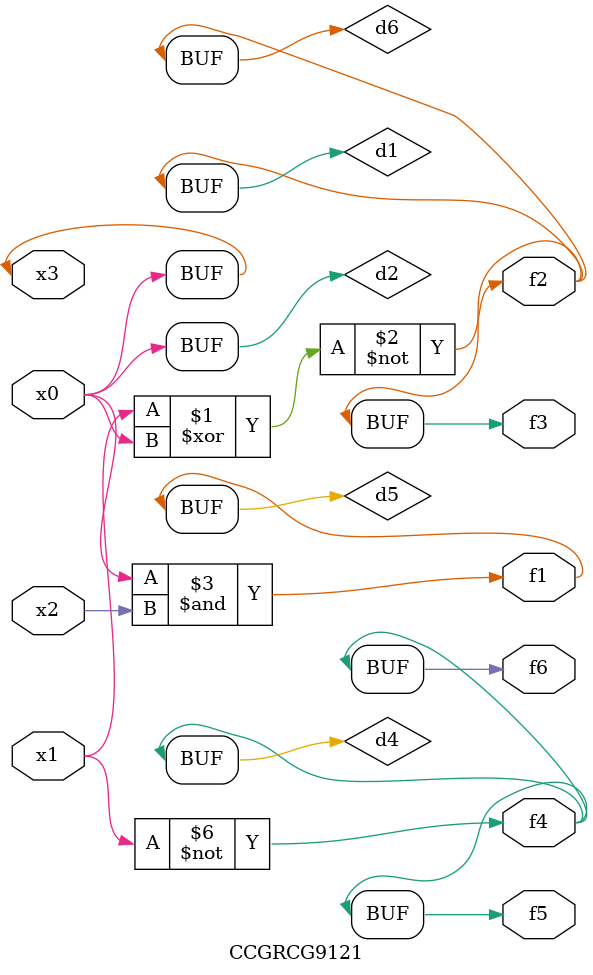
<source format=v>
module CCGRCG9121(
	input x0, x1, x2, x3,
	output f1, f2, f3, f4, f5, f6
);

	wire d1, d2, d3, d4, d5, d6;

	xnor (d1, x1, x3);
	buf (d2, x0, x3);
	nand (d3, x0, x2);
	not (d4, x1);
	nand (d5, d3);
	or (d6, d1);
	assign f1 = d5;
	assign f2 = d6;
	assign f3 = d6;
	assign f4 = d4;
	assign f5 = d4;
	assign f6 = d4;
endmodule

</source>
